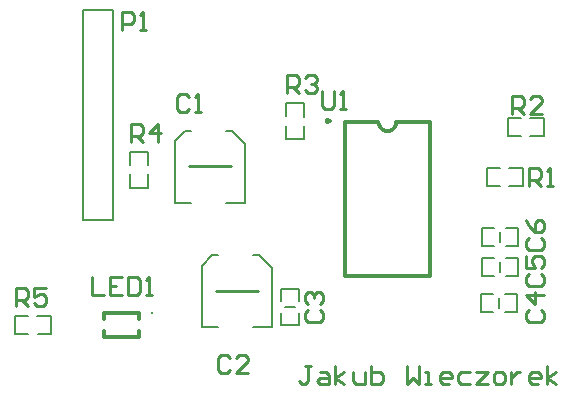
<source format=gto>
G04*
G04 #@! TF.GenerationSoftware,Altium Limited,Altium Designer,18.0.12 (696)*
G04*
G04 Layer_Color=65535*
%FSLAX25Y25*%
%MOIN*%
G70*
G01*
G75*
%ADD10C,0.01181*%
%ADD11C,0.01181*%
%ADD12C,0.00800*%
%ADD13C,0.01000*%
%ADD14C,0.00787*%
D10*
X305315Y220472D02*
D03*
D11*
X380968Y284150D02*
X381147Y283140D01*
X381659Y282252D01*
X382445Y281592D01*
X383408Y281242D01*
X384434D01*
X385398Y281592D01*
X386183Y282252D01*
X386696Y283140D01*
X386874Y284150D01*
X364793Y284543D02*
X363958Y285026D01*
Y284061D01*
X364793Y284543D01*
X289370Y212598D02*
Y214567D01*
X301181Y212598D02*
Y214567D01*
X289370Y212598D02*
X301181D01*
Y218504D02*
Y220472D01*
X289370D02*
X301181D01*
X289370Y218504D02*
Y220472D01*
X369748Y232968D02*
Y284150D01*
X398095Y232968D02*
Y284150D01*
X386874D02*
X398095D01*
X369748D02*
X380968D01*
X369748Y232968D02*
X398095D01*
D12*
X259748Y219535D02*
X264248D01*
X259748Y213535D02*
Y219535D01*
Y213535D02*
X264148D01*
X267348D02*
X271748D01*
Y219535D01*
X267240D02*
X271748D01*
X298000Y269803D02*
Y274311D01*
X304000D01*
Y269911D02*
Y274311D01*
Y262311D02*
Y266711D01*
X298000Y262311D02*
X304000D01*
X298000D02*
Y266811D01*
X431492Y285500D02*
X436000D01*
Y279500D02*
Y285500D01*
X431600Y279500D02*
X436000D01*
X424000D02*
X428400D01*
X424000D02*
Y285500D01*
X428500D01*
X417000Y263000D02*
X421508D01*
X417000D02*
Y269000D01*
X421400D01*
X424600D02*
X429000D01*
Y263000D02*
Y269000D01*
X424500Y263000D02*
X429000D01*
X354500Y224500D02*
Y228500D01*
X348500D02*
X354500D01*
X348500Y224500D02*
Y228500D01*
X354500Y216500D02*
Y220500D01*
X348500Y216500D02*
X354500D01*
X348500D02*
Y220500D01*
X349872Y222500D02*
X353100D01*
X415500Y249000D02*
X419500D01*
X415500Y243000D02*
Y249000D01*
Y243000D02*
X419500D01*
X423500Y249000D02*
X427500D01*
Y243000D02*
Y249000D01*
X423500Y243000D02*
X427500D01*
X421500Y244372D02*
Y247600D01*
X415500Y239000D02*
X419500D01*
X415500Y233000D02*
Y239000D01*
Y233000D02*
X419500D01*
X423500Y239000D02*
X427500D01*
Y233000D02*
Y239000D01*
X423500Y233000D02*
X427500D01*
X421500Y234372D02*
Y237600D01*
X415000Y227000D02*
X419000D01*
X415000Y221000D02*
Y227000D01*
Y221000D02*
X419000D01*
X423000Y227000D02*
X427000D01*
Y221000D02*
Y227000D01*
X423000Y221000D02*
X427000D01*
X421000Y222372D02*
Y225600D01*
X356000Y286000D02*
Y290500D01*
X350000D02*
X356000D01*
X350000Y286100D02*
Y290500D01*
Y278500D02*
Y282900D01*
Y278500D02*
X356000D01*
Y283008D01*
D13*
X326696Y228000D02*
X340697D01*
X317696Y269500D02*
X331697D01*
X358329Y202849D02*
X356330D01*
X357330D01*
Y197850D01*
X356330Y196850D01*
X355330D01*
X354331Y197850D01*
X361329Y200849D02*
X363328D01*
X364328Y199849D01*
Y196850D01*
X361329D01*
X360329Y197850D01*
X361329Y198850D01*
X364328D01*
X366327Y196850D02*
Y202849D01*
Y198850D02*
X369326Y200849D01*
X366327Y198850D02*
X369326Y196850D01*
X372325Y200849D02*
Y197850D01*
X373325Y196850D01*
X376324D01*
Y200849D01*
X378323Y202849D02*
Y196850D01*
X381322D01*
X382322Y197850D01*
Y198850D01*
Y199849D01*
X381322Y200849D01*
X378323D01*
X390319Y202849D02*
Y196850D01*
X392318Y198850D01*
X394318Y196850D01*
Y202849D01*
X396317Y196850D02*
X398317D01*
X397317D01*
Y200849D01*
X396317D01*
X404315Y196850D02*
X402315D01*
X401315Y197850D01*
Y199849D01*
X402315Y200849D01*
X404315D01*
X405314Y199849D01*
Y198850D01*
X401315D01*
X411312Y200849D02*
X408313D01*
X407314Y199849D01*
Y197850D01*
X408313Y196850D01*
X411312D01*
X413312Y200849D02*
X417310D01*
X413312Y196850D01*
X417310D01*
X420309D02*
X422309D01*
X423308Y197850D01*
Y199849D01*
X422309Y200849D01*
X420309D01*
X419310Y199849D01*
Y197850D01*
X420309Y196850D01*
X425308Y200849D02*
Y196850D01*
Y198850D01*
X426307Y199849D01*
X427307Y200849D01*
X428307D01*
X434305Y196850D02*
X432305D01*
X431306Y197850D01*
Y199849D01*
X432305Y200849D01*
X434305D01*
X435304Y199849D01*
Y198850D01*
X431306D01*
X437304Y196850D02*
Y202849D01*
Y198850D02*
X440303Y200849D01*
X437304Y198850D02*
X440303Y196850D01*
X260302Y222960D02*
Y228958D01*
X263301D01*
X264301Y227958D01*
Y225959D01*
X263301Y224959D01*
X260302D01*
X262302D02*
X264301Y222960D01*
X270299Y228958D02*
X266300D01*
Y225959D01*
X268300Y226959D01*
X269299D01*
X270299Y225959D01*
Y223959D01*
X269299Y222960D01*
X267300D01*
X266300Y223959D01*
X285433Y232376D02*
Y226378D01*
X289432D01*
X295430Y232376D02*
X291431D01*
Y226378D01*
X295430D01*
X291431Y229377D02*
X293430D01*
X297429Y232376D02*
Y226378D01*
X300428D01*
X301428Y227378D01*
Y231376D01*
X300428Y232376D01*
X297429D01*
X303427Y226378D02*
X305427D01*
X304427D01*
Y232376D01*
X303427Y231376D01*
X362300Y294698D02*
Y289700D01*
X363300Y288700D01*
X365299D01*
X366299Y289700D01*
Y294698D01*
X368298Y288700D02*
X370297D01*
X369298D01*
Y294698D01*
X368298Y293698D01*
X298600Y277700D02*
Y283698D01*
X301599D01*
X302599Y282698D01*
Y280699D01*
X301599Y279699D01*
X298600D01*
X300599D02*
X302599Y277700D01*
X307597D02*
Y283698D01*
X304598Y280699D01*
X308597D01*
X350600Y293900D02*
Y299898D01*
X353599D01*
X354599Y298898D01*
Y296899D01*
X353599Y295899D01*
X350600D01*
X352599D02*
X354599Y293900D01*
X356598Y298898D02*
X357598Y299898D01*
X359597D01*
X360597Y298898D01*
Y297899D01*
X359597Y296899D01*
X358597D01*
X359597D01*
X360597Y295899D01*
Y294900D01*
X359597Y293900D01*
X357598D01*
X356598Y294900D01*
X425500Y287000D02*
Y292998D01*
X428499D01*
X429499Y291998D01*
Y289999D01*
X428499Y288999D01*
X425500D01*
X427499D02*
X429499Y287000D01*
X435497D02*
X431498D01*
X435497Y290999D01*
Y291998D01*
X434497Y292998D01*
X432498D01*
X431498Y291998D01*
X431000Y263000D02*
Y268998D01*
X433999D01*
X434999Y267998D01*
Y265999D01*
X433999Y264999D01*
X431000D01*
X432999D02*
X434999Y263000D01*
X436998D02*
X438997D01*
X437998D01*
Y268998D01*
X436998Y267998D01*
X295500Y315000D02*
Y320998D01*
X298499D01*
X299499Y319998D01*
Y317999D01*
X298499Y316999D01*
X295500D01*
X301498Y315000D02*
X303497D01*
X302498D01*
Y320998D01*
X301498Y319998D01*
X431002Y245499D02*
X430002Y244499D01*
Y242500D01*
X431002Y241500D01*
X435000D01*
X436000Y242500D01*
Y244499D01*
X435000Y245499D01*
X430002Y251497D02*
X431002Y249497D01*
X433001Y247498D01*
X435000D01*
X436000Y248498D01*
Y250497D01*
X435000Y251497D01*
X434001D01*
X433001Y250497D01*
Y247498D01*
X431002Y233499D02*
X430002Y232499D01*
Y230500D01*
X431002Y229500D01*
X435000D01*
X436000Y230500D01*
Y232499D01*
X435000Y233499D01*
X430002Y239497D02*
Y235498D01*
X433001D01*
X432001Y237497D01*
Y238497D01*
X433001Y239497D01*
X435000D01*
X436000Y238497D01*
Y236498D01*
X435000Y235498D01*
X431002Y221499D02*
X430002Y220499D01*
Y218500D01*
X431002Y217500D01*
X435000D01*
X436000Y218500D01*
Y220499D01*
X435000Y221499D01*
X436000Y226497D02*
X430002D01*
X433001Y223498D01*
Y227497D01*
X357487Y221688D02*
X356488Y220688D01*
Y218689D01*
X357487Y217689D01*
X361486D01*
X362486Y218689D01*
Y220688D01*
X361486Y221688D01*
X357487Y223687D02*
X356488Y224687D01*
Y226686D01*
X357487Y227686D01*
X358487D01*
X359487Y226686D01*
Y225686D01*
Y226686D01*
X360487Y227686D01*
X361486D01*
X362486Y226686D01*
Y224687D01*
X361486Y223687D01*
X331499Y205498D02*
X330499Y206498D01*
X328500D01*
X327500Y205498D01*
Y201500D01*
X328500Y200500D01*
X330499D01*
X331499Y201500D01*
X337497Y200500D02*
X333498D01*
X337497Y204499D01*
Y205498D01*
X336497Y206498D01*
X334498D01*
X333498Y205498D01*
X317699Y292698D02*
X316699Y293698D01*
X314700D01*
X313700Y292698D01*
Y288700D01*
X314700Y287700D01*
X316699D01*
X317699Y288700D01*
X319698Y287700D02*
X321697D01*
X320698D01*
Y293698D01*
X319698Y292698D01*
D14*
X339012Y239811D02*
X340980D01*
X345311Y235480D01*
Y215795D02*
Y235480D01*
X325626Y239811D02*
X327594D01*
X322083Y236268D02*
X325626Y239811D01*
X322083Y215795D02*
Y236268D01*
X339012Y215795D02*
X345311D01*
X322083D02*
X327594D01*
X282500Y251500D02*
Y321500D01*
Y251500D02*
X292500D01*
Y321500D01*
X282500D02*
X292500D01*
X313083Y257295D02*
X318595D01*
X330012D02*
X336311D01*
X313083D02*
Y277768D01*
X316626Y281311D01*
X318595D01*
X336311Y257295D02*
Y276980D01*
X331980Y281311D02*
X336311Y276980D01*
X330012Y281311D02*
X331980D01*
M02*

</source>
